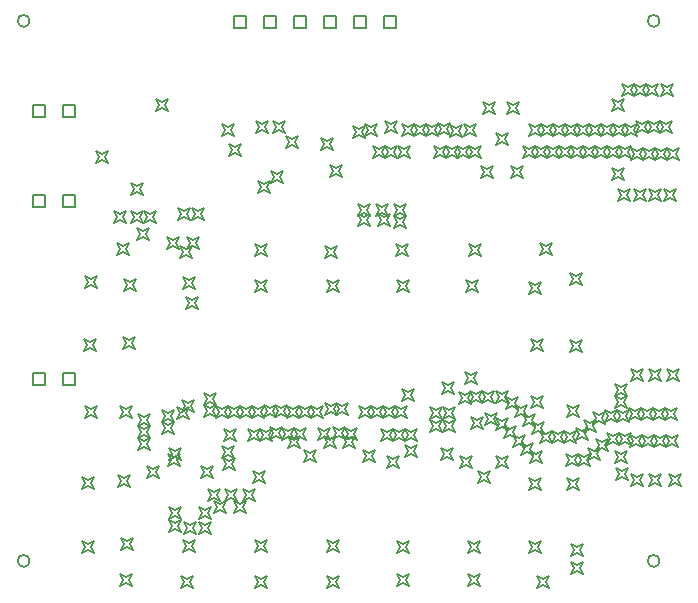
<source format=gbr>
%TF.GenerationSoftware,Altium Limited,Altium Designer,22.6.1 (34)*%
G04 Layer_Color=2752767*
%FSLAX26Y26*%
%MOIN*%
%TF.SameCoordinates,2B337168-DF0E-4336-AB3C-9C7F5D13073F*%
%TF.FilePolarity,Positive*%
%TF.FileFunction,Drawing*%
%TF.Part,Single*%
G01*
G75*
%TA.AperFunction,NonConductor*%
%ADD43C,0.005000*%
%ADD80C,0.006667*%
D43*
X1132450Y1485000D02*
Y1525000D01*
X1172450D01*
Y1485000D01*
X1132450D01*
X1232450D02*
Y1525000D01*
X1272450D01*
Y1485000D01*
X1232450D01*
X2300000Y2675000D02*
Y2715000D01*
X2340000D01*
Y2675000D01*
X2300000D01*
X2200000D02*
Y2715000D01*
X2240000D01*
Y2675000D01*
X2200000D01*
X2100000D02*
Y2715000D01*
X2140000D01*
Y2675000D01*
X2100000D01*
X2000000D02*
Y2715000D01*
X2040000D01*
Y2675000D01*
X2000000D01*
X1900000D02*
Y2715000D01*
X1940000D01*
Y2675000D01*
X1900000D01*
X1800000D02*
Y2715000D01*
X1840000D01*
Y2675000D01*
X1800000D01*
X1130000Y2080000D02*
Y2120000D01*
X1170000D01*
Y2080000D01*
X1130000D01*
X1230000D02*
Y2120000D01*
X1270000D01*
Y2080000D01*
X1230000D01*
X1130000Y2380000D02*
Y2420000D01*
X1170000D01*
Y2380000D01*
X1130000D01*
X1230000D02*
Y2420000D01*
X1270000D01*
Y2380000D01*
X1230000D01*
X2585000Y1915000D02*
X2595000Y1935000D01*
X2585000Y1955000D01*
X2605000Y1945000D01*
X2625000Y1955000D01*
X2615000Y1935000D01*
X2625000Y1915000D01*
X2605000Y1925000D01*
X2585000Y1915000D01*
X2340000D02*
X2350000Y1935000D01*
X2340000Y1955000D01*
X2360000Y1945000D01*
X2380000Y1955000D01*
X2370000Y1935000D01*
X2380000Y1915000D01*
X2360000Y1925000D01*
X2340000Y1915000D01*
X2105000Y1910000D02*
X2115000Y1930000D01*
X2105000Y1950000D01*
X2125000Y1940000D01*
X2145000Y1950000D01*
X2135000Y1930000D01*
X2145000Y1910000D01*
X2125000Y1920000D01*
X2105000Y1910000D01*
X1870000Y1915000D02*
X1880000Y1935000D01*
X1870000Y1955000D01*
X1890000Y1945000D01*
X1910000Y1955000D01*
X1900000Y1935000D01*
X1910000Y1915000D01*
X1890000Y1925000D01*
X1870000Y1915000D01*
X1620000Y1910000D02*
X1630000Y1930000D01*
X1620000Y1950000D01*
X1640000Y1940000D01*
X1660000Y1950000D01*
X1650000Y1930000D01*
X1660000Y1910000D01*
X1640000Y1920000D01*
X1620000Y1910000D01*
X1410000Y1920000D02*
X1420000Y1940000D01*
X1410000Y1960000D01*
X1430000Y1950000D01*
X1450000Y1960000D01*
X1440000Y1940000D01*
X1450000Y1920000D01*
X1430000Y1930000D01*
X1410000Y1920000D01*
X1305000Y1810000D02*
X1315000Y1830000D01*
X1305000Y1850000D01*
X1325000Y1840000D01*
X1345000Y1850000D01*
X1335000Y1830000D01*
X1345000Y1810000D01*
X1325000Y1820000D01*
X1305000Y1810000D01*
X1300000Y1600000D02*
X1310000Y1620000D01*
X1300000Y1640000D01*
X1320000Y1630000D01*
X1340000Y1640000D01*
X1330000Y1620000D01*
X1340000Y1600000D01*
X1320000Y1610000D01*
X1300000Y1600000D01*
X1305000Y1375000D02*
X1315000Y1395000D01*
X1305000Y1415000D01*
X1325000Y1405000D01*
X1345000Y1415000D01*
X1335000Y1395000D01*
X1345000Y1375000D01*
X1325000Y1385000D01*
X1305000Y1375000D01*
X1295000Y1140000D02*
X1305000Y1160000D01*
X1295000Y1180000D01*
X1315000Y1170000D01*
X1335000Y1180000D01*
X1325000Y1160000D01*
X1335000Y1140000D01*
X1315000Y1150000D01*
X1295000Y1140000D01*
Y925000D02*
X1305000Y945000D01*
X1295000Y965000D01*
X1315000Y955000D01*
X1335000Y965000D01*
X1325000Y945000D01*
X1335000Y925000D01*
X1315000Y935000D01*
X1295000Y925000D01*
X1420000Y815000D02*
X1430000Y835000D01*
X1420000Y855000D01*
X1440000Y845000D01*
X1460000Y855000D01*
X1450000Y835000D01*
X1460000Y815000D01*
X1440000Y825000D01*
X1420000Y815000D01*
X1625000Y810000D02*
X1635000Y830000D01*
X1625000Y850000D01*
X1645000Y840000D01*
X1665000Y850000D01*
X1655000Y830000D01*
X1665000Y810000D01*
X1645000Y820000D01*
X1625000Y810000D01*
X1870000D02*
X1880000Y830000D01*
X1870000Y850000D01*
X1890000Y840000D01*
X1910000Y850000D01*
X1900000Y830000D01*
X1910000Y810000D01*
X1890000Y820000D01*
X1870000Y810000D01*
X2110000D02*
X2120000Y830000D01*
X2110000Y850000D01*
X2130000Y840000D01*
X2150000Y850000D01*
X2140000Y830000D01*
X2150000Y810000D01*
X2130000Y820000D01*
X2110000Y810000D01*
X2345000Y815000D02*
X2355000Y835000D01*
X2345000Y855000D01*
X2365000Y845000D01*
X2385000Y855000D01*
X2375000Y835000D01*
X2385000Y815000D01*
X2365000Y825000D01*
X2345000Y815000D01*
X2580000D02*
X2590000Y835000D01*
X2580000Y855000D01*
X2600000Y845000D01*
X2620000Y855000D01*
X2610000Y835000D01*
X2620000Y815000D01*
X2600000Y825000D01*
X2580000Y815000D01*
X2810000Y810000D02*
X2820000Y830000D01*
X2810000Y850000D01*
X2830000Y840000D01*
X2850000Y850000D01*
X2840000Y830000D01*
X2850000Y810000D01*
X2830000Y820000D01*
X2810000Y810000D01*
X2925000Y855000D02*
X2935000Y875000D01*
X2925000Y895000D01*
X2945000Y885000D01*
X2965000Y895000D01*
X2955000Y875000D01*
X2965000Y855000D01*
X2945000Y865000D01*
X2925000Y855000D01*
Y915000D02*
X2935000Y935000D01*
X2925000Y955000D01*
X2945000Y945000D01*
X2965000Y955000D01*
X2955000Y935000D01*
X2965000Y915000D01*
X2945000Y925000D01*
X2925000Y915000D01*
X2910000Y1135000D02*
X2920000Y1155000D01*
X2910000Y1175000D01*
X2930000Y1165000D01*
X2950000Y1175000D01*
X2940000Y1155000D01*
X2950000Y1135000D01*
X2930000Y1145000D01*
X2910000Y1135000D01*
Y1380000D02*
X2920000Y1400000D01*
X2910000Y1420000D01*
X2930000Y1410000D01*
X2950000Y1420000D01*
X2940000Y1400000D01*
X2950000Y1380000D01*
X2930000Y1390000D01*
X2910000Y1380000D01*
X2920000Y1595000D02*
X2930000Y1615000D01*
X2920000Y1635000D01*
X2940000Y1625000D01*
X2960000Y1635000D01*
X2950000Y1615000D01*
X2960000Y1595000D01*
X2940000Y1605000D01*
X2920000Y1595000D01*
Y1820000D02*
X2930000Y1840000D01*
X2920000Y1860000D01*
X2940000Y1850000D01*
X2960000Y1860000D01*
X2950000Y1840000D01*
X2960000Y1820000D01*
X2940000Y1830000D01*
X2920000Y1820000D01*
X2820000Y1920000D02*
X2830000Y1940000D01*
X2820000Y1960000D01*
X2840000Y1950000D01*
X2860000Y1960000D01*
X2850000Y1940000D01*
X2860000Y1920000D01*
X2840000Y1930000D01*
X2820000Y1920000D01*
X2580000Y925000D02*
X2590000Y945000D01*
X2580000Y965000D01*
X2600000Y955000D01*
X2620000Y965000D01*
X2610000Y945000D01*
X2620000Y925000D01*
X2600000Y935000D01*
X2580000Y925000D01*
X2345000D02*
X2355000Y945000D01*
X2345000Y965000D01*
X2365000Y955000D01*
X2385000Y965000D01*
X2375000Y945000D01*
X2385000Y925000D01*
X2365000Y935000D01*
X2345000Y925000D01*
X2110000Y930000D02*
X2120000Y950000D01*
X2110000Y970000D01*
X2130000Y960000D01*
X2150000Y970000D01*
X2140000Y950000D01*
X2150000Y930000D01*
X2130000Y940000D01*
X2110000Y930000D01*
X1870000D02*
X1880000Y950000D01*
X1870000Y970000D01*
X1890000Y960000D01*
X1910000Y970000D01*
X1900000Y950000D01*
X1910000Y930000D01*
X1890000Y940000D01*
X1870000Y930000D01*
X1630000D02*
X1640000Y950000D01*
X1630000Y970000D01*
X1650000Y960000D01*
X1670000Y970000D01*
X1660000Y950000D01*
X1670000Y930000D01*
X1650000Y940000D01*
X1630000Y930000D01*
X1425000Y935000D02*
X1435000Y955000D01*
X1425000Y975000D01*
X1445000Y965000D01*
X1465000Y975000D01*
X1455000Y955000D01*
X1465000Y935000D01*
X1445000Y945000D01*
X1425000Y935000D01*
X1415000Y1145000D02*
X1425000Y1165000D01*
X1415000Y1185000D01*
X1435000Y1175000D01*
X1455000Y1185000D01*
X1445000Y1165000D01*
X1455000Y1145000D01*
X1435000Y1155000D01*
X1415000Y1145000D01*
X1420000Y1375000D02*
X1430000Y1395000D01*
X1420000Y1415000D01*
X1440000Y1405000D01*
X1460000Y1415000D01*
X1450000Y1395000D01*
X1460000Y1375000D01*
X1440000Y1385000D01*
X1420000Y1375000D01*
X1430000Y1605000D02*
X1440000Y1625000D01*
X1430000Y1645000D01*
X1450000Y1635000D01*
X1470000Y1645000D01*
X1460000Y1625000D01*
X1470000Y1605000D01*
X1450000Y1615000D01*
X1430000Y1605000D01*
X1435000Y1800000D02*
X1445000Y1820000D01*
X1435000Y1840000D01*
X1455000Y1830000D01*
X1475000Y1840000D01*
X1465000Y1820000D01*
X1475000Y1800000D01*
X1455000Y1810000D01*
X1435000Y1800000D01*
X1630000Y1805000D02*
X1640000Y1825000D01*
X1630000Y1845000D01*
X1650000Y1835000D01*
X1670000Y1845000D01*
X1660000Y1825000D01*
X1670000Y1805000D01*
X1650000Y1815000D01*
X1630000Y1805000D01*
X1870000Y1795000D02*
X1880000Y1815000D01*
X1870000Y1835000D01*
X1890000Y1825000D01*
X1910000Y1835000D01*
X1900000Y1815000D01*
X1910000Y1795000D01*
X1890000Y1805000D01*
X1870000Y1795000D01*
X2110000D02*
X2120000Y1815000D01*
X2110000Y1835000D01*
X2130000Y1825000D01*
X2150000Y1835000D01*
X2140000Y1815000D01*
X2150000Y1795000D01*
X2130000Y1805000D01*
X2110000Y1795000D01*
X2345000D02*
X2355000Y1815000D01*
X2345000Y1835000D01*
X2365000Y1825000D01*
X2385000Y1835000D01*
X2375000Y1815000D01*
X2385000Y1795000D01*
X2365000Y1805000D01*
X2345000Y1795000D01*
X2575000D02*
X2585000Y1815000D01*
X2575000Y1835000D01*
X2595000Y1825000D01*
X2615000Y1835000D01*
X2605000Y1815000D01*
X2615000Y1795000D01*
X2595000Y1805000D01*
X2575000Y1795000D01*
X2790000Y1600000D02*
X2800000Y1620000D01*
X2790000Y1640000D01*
X2810000Y1630000D01*
X2830000Y1640000D01*
X2820000Y1620000D01*
X2830000Y1600000D01*
X2810000Y1610000D01*
X2790000Y1600000D01*
Y1410000D02*
X2800000Y1430000D01*
X2790000Y1450000D01*
X2810000Y1440000D01*
X2830000Y1450000D01*
X2820000Y1430000D01*
X2830000Y1410000D01*
X2810000Y1420000D01*
X2790000Y1410000D01*
X2785000Y1135000D02*
X2795000Y1155000D01*
X2785000Y1175000D01*
X2805000Y1165000D01*
X2825000Y1175000D01*
X2815000Y1155000D01*
X2825000Y1135000D01*
X2805000Y1145000D01*
X2785000Y1135000D01*
Y925000D02*
X2795000Y945000D01*
X2785000Y965000D01*
X2805000Y955000D01*
X2825000Y965000D01*
X2815000Y945000D01*
X2825000Y925000D01*
X2805000Y935000D01*
X2785000Y925000D01*
Y1790000D02*
X2795000Y1810000D01*
X2785000Y1830000D01*
X2805000Y1820000D01*
X2825000Y1830000D01*
X2815000Y1810000D01*
X2825000Y1790000D01*
X2805000Y1800000D01*
X2785000Y1790000D01*
X2555000Y1210000D02*
X2565000Y1230000D01*
X2555000Y1250000D01*
X2575000Y1240000D01*
X2595000Y1250000D01*
X2585000Y1230000D01*
X2595000Y1210000D01*
X2575000Y1220000D01*
X2555000Y1210000D01*
X2675000D02*
X2685000Y1230000D01*
X2675000Y1250000D01*
X2695000Y1240000D01*
X2715000Y1250000D01*
X2705000Y1230000D01*
X2715000Y1210000D01*
X2695000Y1220000D01*
X2675000Y1210000D01*
X2615000Y1160000D02*
X2625000Y1180000D01*
X2615000Y1200000D01*
X2635000Y1190000D01*
X2655000Y1200000D01*
X2645000Y1180000D01*
X2655000Y1160000D01*
X2635000Y1170000D01*
X2615000Y1160000D01*
X1481892Y1349761D02*
X1491892Y1369761D01*
X1481892Y1389761D01*
X1501892Y1379761D01*
X1521892Y1389761D01*
X1511892Y1369761D01*
X1521892Y1349761D01*
X1501892Y1359761D01*
X1481892Y1349761D01*
X1482785Y1309771D02*
X1492785Y1329771D01*
X1482785Y1349771D01*
X1502785Y1339771D01*
X1522785Y1349771D01*
X1512785Y1329771D01*
X1522785Y1309771D01*
X1502785Y1319771D01*
X1482785Y1309771D01*
X1481892Y1269781D02*
X1491892Y1289781D01*
X1481892Y1309781D01*
X1501892Y1299781D01*
X1521892Y1309781D01*
X1511892Y1289781D01*
X1521892Y1269781D01*
X1501892Y1279781D01*
X1481892Y1269781D01*
X1583958Y1236096D02*
X1593958Y1256096D01*
X1583958Y1276096D01*
X1603958Y1266096D01*
X1623958Y1276096D01*
X1613958Y1256096D01*
X1623958Y1236096D01*
X1603958Y1246096D01*
X1583958Y1236096D01*
X1562502Y1363973D02*
X1572502Y1383973D01*
X1562502Y1403973D01*
X1582502Y1393973D01*
X1602502Y1403973D01*
X1592502Y1383973D01*
X1602502Y1363973D01*
X1582502Y1373973D01*
X1562502Y1363973D01*
X1560325Y1324033D02*
X1570325Y1344033D01*
X1560325Y1364033D01*
X1580325Y1354033D01*
X1600325Y1364033D01*
X1590325Y1344033D01*
X1600325Y1324033D01*
X1580325Y1334033D01*
X1560325Y1324033D01*
X1690458Y1177785D02*
X1700458Y1197785D01*
X1690458Y1217785D01*
X1710458Y1207785D01*
X1730458Y1217785D01*
X1720458Y1197785D01*
X1730458Y1177785D01*
X1710458Y1187785D01*
X1690458Y1177785D01*
X1763108Y1201569D02*
X1773108Y1221569D01*
X1763108Y1241569D01*
X1783108Y1231569D01*
X1803108Y1241569D01*
X1793108Y1221569D01*
X1803108Y1201569D01*
X1783108Y1211569D01*
X1763108Y1201569D01*
X1759641Y1241418D02*
X1769641Y1261418D01*
X1759641Y1281418D01*
X1779641Y1271418D01*
X1799641Y1281418D01*
X1789641Y1261418D01*
X1799641Y1241418D01*
X1779641Y1251418D01*
X1759641Y1241418D01*
X1612142Y1374074D02*
X1622142Y1394074D01*
X1612142Y1414074D01*
X1632142Y1404074D01*
X1652142Y1414074D01*
X1642142Y1394074D01*
X1652142Y1374074D01*
X1632142Y1384074D01*
X1612142Y1374074D01*
X1626568Y1396061D02*
X1636568Y1416061D01*
X1626568Y1436061D01*
X1646568Y1426061D01*
X1666568Y1436061D01*
X1656568Y1416061D01*
X1666568Y1396061D01*
X1646568Y1406061D01*
X1626568Y1396061D01*
X1768933Y1300344D02*
X1778933Y1320344D01*
X1768933Y1340344D01*
X1788933Y1330344D01*
X1808933Y1340344D01*
X1798933Y1320344D01*
X1808933Y1300344D01*
X1788933Y1310344D01*
X1768933Y1300344D01*
X1848933D02*
X1858933Y1320344D01*
X1848933Y1340344D01*
X1868933Y1330344D01*
X1888933Y1340344D01*
X1878933Y1320344D01*
X1888933Y1300344D01*
X1868933Y1310344D01*
X1848933Y1300344D01*
X1888933D02*
X1898933Y1320344D01*
X1888933Y1340344D01*
X1908933Y1330344D01*
X1928933Y1340344D01*
X1918933Y1320344D01*
X1928933Y1300344D01*
X1908933Y1310344D01*
X1888933Y1300344D01*
X1901668Y1378108D02*
X1911668Y1398108D01*
X1901668Y1418108D01*
X1921668Y1408108D01*
X1941668Y1418108D01*
X1931668Y1398108D01*
X1941668Y1378108D01*
X1921668Y1388108D01*
X1901668Y1378108D01*
X1861807Y1374774D02*
X1871807Y1394774D01*
X1861807Y1414774D01*
X1881807Y1404774D01*
X1901807Y1414774D01*
X1891807Y1394774D01*
X1901807Y1374774D01*
X1881807Y1384774D01*
X1861807Y1374774D01*
X1821807D02*
X1831807Y1394774D01*
X1821807Y1414774D01*
X1841807Y1404774D01*
X1861807Y1414774D01*
X1851807Y1394774D01*
X1861807Y1374774D01*
X1841807Y1384774D01*
X1821807Y1374774D01*
X1781807D02*
X1791807Y1394774D01*
X1781807Y1414774D01*
X1801807Y1404774D01*
X1821807Y1414774D01*
X1811807Y1394774D01*
X1821807Y1374774D01*
X1801807Y1384774D01*
X1781807Y1374774D01*
X1741807D02*
X1751807Y1394774D01*
X1741807Y1414774D01*
X1761807Y1404774D01*
X1781807Y1414774D01*
X1771807Y1394774D01*
X1781807Y1374774D01*
X1761807Y1384774D01*
X1741807Y1374774D01*
X1701975Y1378435D02*
X1711975Y1398435D01*
X1701975Y1418435D01*
X1721975Y1408435D01*
X1741975Y1418435D01*
X1731975Y1398435D01*
X1741975Y1378435D01*
X1721975Y1388435D01*
X1701975Y1378435D01*
X1702551Y1418431D02*
X1712551Y1438431D01*
X1702551Y1458431D01*
X1722551Y1448431D01*
X1742551Y1458431D01*
X1732551Y1438431D01*
X1742551Y1418431D01*
X1722551Y1428431D01*
X1702551Y1418431D01*
X2056288Y1377215D02*
X2066288Y1397215D01*
X2056288Y1417215D01*
X2076288Y1407215D01*
X2096288Y1417215D01*
X2086288Y1397215D01*
X2096288Y1377215D01*
X2076288Y1387215D01*
X2056288Y1377215D01*
X2016288Y1377215D02*
X2026288Y1397215D01*
X2016288Y1417215D01*
X2036288Y1407215D01*
X2056288Y1417215D01*
X2046288Y1397215D01*
X2056288Y1377215D01*
X2036288Y1387215D01*
X2016288Y1377215D01*
X1976288D02*
X1986288Y1397215D01*
X1976288Y1417215D01*
X1996288Y1407215D01*
X2016288Y1417215D01*
X2006288Y1397215D01*
X2016288Y1377215D01*
X1996288Y1387215D01*
X1976288Y1377215D01*
X1936298Y1378108D02*
X1946298Y1398108D01*
X1936298Y1418108D01*
X1956298Y1408108D01*
X1976298Y1418108D01*
X1966298Y1398108D01*
X1976298Y1378108D01*
X1956298Y1388108D01*
X1936298Y1378108D01*
X1922424Y1306212D02*
X1932424Y1326212D01*
X1922424Y1346212D01*
X1942424Y1336212D01*
X1962424Y1346212D01*
X1952424Y1326212D01*
X1962424Y1306212D01*
X1942424Y1316212D01*
X1922424Y1306212D01*
X1962190Y1301892D02*
X1972190Y1321892D01*
X1962190Y1341892D01*
X1982190Y1331892D01*
X2002190Y1341892D01*
X1992190Y1321892D01*
X2002190Y1301892D01*
X1982190Y1311892D01*
X1962190Y1301892D01*
X2002180Y1302785D02*
X2012180Y1322785D01*
X2002180Y1342785D01*
X2022180Y1332785D01*
X2042180Y1342785D01*
X2032180Y1322785D01*
X2042180Y1302785D01*
X2022180Y1312785D01*
X2002180Y1302785D01*
X2082133Y1302785D02*
X2092133Y1322785D01*
X2082133Y1342785D01*
X2102133Y1332785D01*
X2122133Y1342785D01*
X2112133Y1322785D01*
X2122133Y1302785D01*
X2102133Y1312785D01*
X2082133Y1302785D01*
X2105000Y1385000D02*
X2115000Y1405000D01*
X2105000Y1425000D01*
X2125000Y1415000D01*
X2145000Y1425000D01*
X2135000Y1405000D01*
X2145000Y1385000D01*
X2125000Y1395000D01*
X2105000Y1385000D01*
X2130981Y1305466D02*
X2140981Y1325466D01*
X2130981Y1345466D01*
X2150981Y1335466D01*
X2170981Y1345466D01*
X2160981Y1325466D01*
X2170981Y1305466D01*
X2150981Y1315466D01*
X2130981Y1305466D01*
X2170820Y1301892D02*
X2180820Y1321892D01*
X2170820Y1341892D01*
X2190820Y1331892D01*
X2210820Y1341892D01*
X2200820Y1321892D01*
X2210820Y1301892D01*
X2190820Y1311892D01*
X2170820Y1301892D01*
X2290742Y1300344D02*
X2300742Y1320344D01*
X2290742Y1340344D01*
X2310742Y1330344D01*
X2330742Y1340344D01*
X2320742Y1320344D01*
X2330742Y1300344D01*
X2310742Y1310344D01*
X2290742Y1300344D01*
X2330742D02*
X2340742Y1320344D01*
X2330742Y1340344D01*
X2350742Y1330344D01*
X2370742Y1340344D01*
X2360742Y1320344D01*
X2370742Y1300344D01*
X2350742Y1310344D01*
X2330742Y1300344D01*
X2370742D02*
X2380742Y1320344D01*
X2370742Y1340344D01*
X2390742Y1330344D01*
X2410742Y1340344D01*
X2400742Y1320344D01*
X2410742Y1300344D01*
X2390742Y1310344D01*
X2370742Y1300344D01*
X2337723Y1374774D02*
X2347723Y1394774D01*
X2337723Y1414774D01*
X2357723Y1404774D01*
X2377723Y1414774D01*
X2367723Y1394774D01*
X2377723Y1374774D01*
X2357723Y1384774D01*
X2337723Y1374774D01*
X2297723D02*
X2307723Y1394774D01*
X2297723Y1414774D01*
X2317723Y1404774D01*
X2337723Y1414774D01*
X2327723Y1394774D01*
X2337723Y1374774D01*
X2317723Y1384774D01*
X2297723Y1374774D01*
X2257723D02*
X2267723Y1394774D01*
X2257723Y1414774D01*
X2277723Y1404774D01*
X2297723Y1414774D01*
X2287723Y1394774D01*
X2297723Y1374774D01*
X2277723Y1384774D01*
X2257723Y1374774D01*
X2217798Y1377215D02*
X2227798Y1397215D01*
X2217798Y1417215D01*
X2237798Y1407215D01*
X2257798Y1417215D01*
X2247798Y1397215D01*
X2257798Y1377215D01*
X2237798Y1387215D01*
X2217798Y1377215D01*
X2140000Y1385000D02*
X2150000Y1405000D01*
X2140000Y1425000D01*
X2160000Y1415000D01*
X2180000Y1425000D01*
X2170000Y1405000D01*
X2180000Y1385000D01*
X2160000Y1395000D01*
X2140000Y1385000D01*
X2629407Y1427215D02*
X2639407Y1447215D01*
X2629407Y1467215D01*
X2649407Y1457215D01*
X2669407Y1467215D01*
X2659407Y1447215D01*
X2669407Y1427215D01*
X2649407Y1437215D01*
X2629407Y1427215D01*
X2589407D02*
X2599407Y1447215D01*
X2589407Y1467215D01*
X2609407Y1457215D01*
X2629407Y1467215D01*
X2619407Y1447215D01*
X2629407Y1427215D01*
X2609407Y1437215D01*
X2589407Y1427215D01*
X2549647Y1422840D02*
X2559647Y1442840D01*
X2549647Y1462840D01*
X2569647Y1452840D01*
X2589647Y1462840D01*
X2579647Y1442840D01*
X2589647Y1422840D01*
X2569647Y1432840D01*
X2549647Y1422840D01*
X2636363Y1352785D02*
X2646363Y1372785D01*
X2636363Y1392785D01*
X2656363Y1382785D01*
X2676363Y1392785D01*
X2666363Y1372785D01*
X2676363Y1352785D01*
X2656363Y1362785D01*
X2636363Y1352785D01*
X2673164Y1337111D02*
X2683164Y1357111D01*
X2673164Y1377111D01*
X2693164Y1367111D01*
X2713164Y1377111D01*
X2703164Y1357111D01*
X2713164Y1337111D01*
X2693164Y1347111D01*
X2673164Y1337111D01*
X2701448Y1308827D02*
X2711448Y1328827D01*
X2701448Y1348827D01*
X2721448Y1338827D01*
X2741448Y1348827D01*
X2731448Y1328827D01*
X2741448Y1308827D01*
X2721448Y1318827D01*
X2701448Y1308827D01*
X2729733Y1280543D02*
X2739733Y1300543D01*
X2729733Y1320543D01*
X2749733Y1310543D01*
X2769733Y1320543D01*
X2759733Y1300543D01*
X2769733Y1280543D01*
X2749733Y1290543D01*
X2729733Y1280543D01*
X2758017Y1252259D02*
X2768017Y1272259D01*
X2758017Y1292259D01*
X2778017Y1282259D01*
X2798017Y1292259D01*
X2788017Y1272259D01*
X2798017Y1252259D01*
X2778017Y1262259D01*
X2758017Y1252259D01*
X2786947Y1224635D02*
X2796947Y1244635D01*
X2786947Y1264635D01*
X2806947Y1254635D01*
X2826947Y1264635D01*
X2816947Y1244635D01*
X2826947Y1224635D01*
X2806947Y1234635D01*
X2786947Y1224635D01*
X2906356Y1217785D02*
X2916356Y1237785D01*
X2906356Y1257785D01*
X2926356Y1247785D01*
X2946356Y1257785D01*
X2936356Y1237785D01*
X2946356Y1217785D01*
X2926356Y1227785D01*
X2906356Y1217785D01*
X2946356Y1217897D02*
X2956356Y1237897D01*
X2946356Y1257897D01*
X2966356Y1247897D01*
X2986356Y1257897D01*
X2976356Y1237897D01*
X2986356Y1217897D01*
X2966356Y1227897D01*
X2946356Y1217897D01*
X2981115Y1237691D02*
X2991115Y1257691D01*
X2981115Y1277691D01*
X3001115Y1267691D01*
X3021115Y1277691D01*
X3011115Y1257691D01*
X3021115Y1237691D01*
X3001115Y1247691D01*
X2981115Y1237691D01*
X3009399Y1265975D02*
X3019399Y1285975D01*
X3009399Y1305975D01*
X3029399Y1295975D01*
X3049399Y1305975D01*
X3039399Y1285975D01*
X3049399Y1265975D01*
X3029399Y1275975D01*
X3009399Y1265975D01*
X3042930Y1287785D02*
X3052930Y1307785D01*
X3042930Y1327785D01*
X3062930Y1317785D01*
X3082930Y1327785D01*
X3072930Y1307785D01*
X3082930Y1287785D01*
X3062930Y1297785D01*
X3042930Y1287785D01*
X3082930D02*
X3092930Y1307785D01*
X3082930Y1327785D01*
X3102930Y1317785D01*
X3122930Y1327785D01*
X3112930Y1307785D01*
X3122930Y1287785D01*
X3102930Y1297785D01*
X3082930Y1287785D01*
X3122165Y1280000D02*
X3132165Y1300000D01*
X3122165Y1320000D01*
X3142165Y1310000D01*
X3162165Y1320000D01*
X3152165Y1300000D01*
X3162165Y1280000D01*
X3142165Y1290000D01*
X3122165Y1280000D01*
X3162163Y1279608D02*
X3172163Y1299608D01*
X3162163Y1319608D01*
X3182163Y1309608D01*
X3202163Y1319608D01*
X3192163Y1299608D01*
X3202163Y1279608D01*
X3182163Y1289608D01*
X3162163Y1279608D01*
X3202163D02*
X3212163Y1299608D01*
X3202163Y1319608D01*
X3222163Y1309608D01*
X3242163Y1319608D01*
X3232163Y1299608D01*
X3242163Y1279608D01*
X3222163Y1289608D01*
X3202163Y1279608D01*
X3242163D02*
X3252163Y1299608D01*
X3242163Y1319608D01*
X3262163Y1309608D01*
X3282163Y1319608D01*
X3272163Y1299608D01*
X3282163Y1279608D01*
X3262163Y1289608D01*
X3242163Y1279608D01*
X3238030Y1370392D02*
X3248030Y1390392D01*
X3238030Y1410392D01*
X3258030Y1400392D01*
X3278030Y1410392D01*
X3268030Y1390392D01*
X3278030Y1370392D01*
X3258030Y1380392D01*
X3238030Y1370392D01*
X3198030D02*
X3208030Y1390392D01*
X3198030Y1410392D01*
X3218030Y1400392D01*
X3238030Y1410392D01*
X3228030Y1390392D01*
X3238030Y1370392D01*
X3218030Y1380392D01*
X3198030Y1370392D01*
X3158030D02*
X3168030Y1390392D01*
X3158030Y1410392D01*
X3178030Y1400392D01*
X3198030Y1410392D01*
X3188030Y1390392D01*
X3198030Y1370392D01*
X3178030Y1380392D01*
X3158030Y1370392D01*
X3118049Y1369181D02*
X3128049Y1389181D01*
X3118049Y1409181D01*
X3138049Y1399181D01*
X3158049Y1409181D01*
X3148049Y1389181D01*
X3158049Y1369181D01*
X3138049Y1379181D01*
X3118049Y1369181D01*
X3078660Y1362215D02*
X3088660Y1382215D01*
X3078660Y1402215D01*
X3098660Y1392215D01*
X3118660Y1402215D01*
X3108660Y1382215D01*
X3118660Y1362215D01*
X3098660Y1372215D01*
X3078660Y1362215D01*
X3038660D02*
X3048660Y1382215D01*
X3038660Y1402215D01*
X3058660Y1392215D01*
X3078660Y1402215D01*
X3068660Y1382215D01*
X3078660Y1362215D01*
X3058660Y1372215D01*
X3038660Y1362215D01*
X2998898Y1357859D02*
X3008898Y1377859D01*
X2998898Y1397859D01*
X3018898Y1387859D01*
X3038898Y1397859D01*
X3028898Y1377859D01*
X3038898Y1357859D01*
X3018898Y1367859D01*
X2998898Y1357859D01*
X2969212Y1331049D02*
X2979212Y1351049D01*
X2969212Y1371049D01*
X2989212Y1361049D01*
X3009212Y1371049D01*
X2999212Y1351049D01*
X3009212Y1331049D01*
X2989212Y1341049D01*
X2969212Y1331049D01*
X2940928Y1302765D02*
X2950928Y1322765D01*
X2940928Y1342765D01*
X2960928Y1332765D01*
X2980928Y1342765D01*
X2970928Y1322765D01*
X2980928Y1302765D01*
X2960928Y1312765D01*
X2940928Y1302765D01*
X2902344Y1292215D02*
X2912344Y1312215D01*
X2902344Y1332215D01*
X2922344Y1322215D01*
X2942344Y1332215D01*
X2932344Y1312215D01*
X2942344Y1292215D01*
X2922344Y1302215D01*
X2902344Y1292215D01*
X2862344D02*
X2872344Y1312215D01*
X2862344Y1332215D01*
X2882344Y1322215D01*
X2902344Y1332215D01*
X2892344Y1312215D01*
X2902344Y1292215D01*
X2882344Y1302215D01*
X2862344Y1292215D01*
X2822356Y1293180D02*
X2832356Y1313180D01*
X2822356Y1333180D01*
X2842356Y1323180D01*
X2862356Y1333180D01*
X2852356Y1313180D01*
X2862356Y1293180D01*
X2842356Y1303180D01*
X2822356Y1293180D01*
X2794072Y1321464D02*
X2804072Y1341464D01*
X2794072Y1361464D01*
X2814072Y1351464D01*
X2834072Y1361464D01*
X2824072Y1341464D01*
X2834072Y1321464D01*
X2814072Y1331464D01*
X2794072Y1321464D01*
X2765787Y1349748D02*
X2775787Y1369748D01*
X2765787Y1389748D01*
X2785787Y1379748D01*
X2805787Y1389748D01*
X2795787Y1369748D01*
X2805787Y1349748D01*
X2785787Y1359748D01*
X2765787Y1349748D01*
X2737503Y1378033D02*
X2747503Y1398033D01*
X2737503Y1418033D01*
X2757503Y1408033D01*
X2777503Y1418033D01*
X2767503Y1398033D01*
X2777503Y1378033D01*
X2757503Y1388033D01*
X2737503Y1378033D01*
X2709219Y1406317D02*
X2719219Y1426317D01*
X2709219Y1446317D01*
X2729219Y1436317D01*
X2749219Y1446317D01*
X2739219Y1426317D01*
X2749219Y1406317D01*
X2729219Y1416317D01*
X2709219Y1406317D01*
X2674875Y1426823D02*
X2684875Y1446823D01*
X2674875Y1466823D01*
X2694875Y1456823D01*
X2714875Y1466823D01*
X2704875Y1446823D01*
X2714875Y1426823D01*
X2694875Y1436823D01*
X2674875Y1426823D01*
X3222734Y2326612D02*
X3232734Y2346612D01*
X3222734Y2366612D01*
X3242734Y2356612D01*
X3262734Y2366612D01*
X3252734Y2346612D01*
X3262734Y2326612D01*
X3242734Y2336612D01*
X3222734Y2326612D01*
X3182734D02*
X3192734Y2346612D01*
X3182734Y2366612D01*
X3202734Y2356612D01*
X3222734Y2366612D01*
X3212734Y2346612D01*
X3222734Y2326612D01*
X3202734Y2336612D01*
X3182734Y2326612D01*
X3142734D02*
X3152734Y2346612D01*
X3142734Y2366612D01*
X3162734Y2356612D01*
X3182734Y2366612D01*
X3172734Y2346612D01*
X3182734Y2326612D01*
X3162734Y2336612D01*
X3142734Y2326612D01*
X3103853Y2317215D02*
X3113853Y2337215D01*
X3103853Y2357215D01*
X3123853Y2347215D01*
X3143853Y2357215D01*
X3133853Y2337215D01*
X3143853Y2317215D01*
X3123853Y2327215D01*
X3103853Y2317215D01*
X3063853D02*
X3073853Y2337215D01*
X3063853Y2357215D01*
X3083853Y2347215D01*
X3103853Y2357215D01*
X3093853Y2337215D01*
X3103853Y2317215D01*
X3083853Y2327215D01*
X3063853Y2317215D01*
X3023853D02*
X3033853Y2337215D01*
X3023853Y2357215D01*
X3043853Y2347215D01*
X3063853Y2357215D01*
X3053853Y2337215D01*
X3063853Y2317215D01*
X3043853Y2327215D01*
X3023853Y2317215D01*
X2983853D02*
X2993853Y2337215D01*
X2983853Y2357215D01*
X3003853Y2347215D01*
X3023853Y2357215D01*
X3013853Y2337215D01*
X3023853Y2317215D01*
X3003853Y2327215D01*
X2983853Y2317215D01*
X2943853D02*
X2953853Y2337215D01*
X2943853Y2357215D01*
X2963853Y2347215D01*
X2983853Y2357215D01*
X2973853Y2337215D01*
X2983853Y2317215D01*
X2963853Y2327215D01*
X2943853Y2317215D01*
X2903853D02*
X2913853Y2337215D01*
X2903853Y2357215D01*
X2923853Y2347215D01*
X2943853Y2357215D01*
X2933853Y2337215D01*
X2943853Y2317215D01*
X2923853Y2327215D01*
X2903853Y2317215D01*
X2863853D02*
X2873853Y2337215D01*
X2863853Y2357215D01*
X2883853Y2347215D01*
X2903853Y2357215D01*
X2893853Y2337215D01*
X2903853Y2317215D01*
X2883853Y2327215D01*
X2863853Y2317215D01*
X2823853D02*
X2833853Y2337215D01*
X2823853Y2357215D01*
X2843853Y2347215D01*
X2863853Y2357215D01*
X2853853Y2337215D01*
X2863853Y2317215D01*
X2843853Y2327215D01*
X2823853Y2317215D01*
X2783853D02*
X2793853Y2337215D01*
X2783853Y2357215D01*
X2803853Y2347215D01*
X2823853Y2357215D01*
X2813853Y2337215D01*
X2823853Y2317215D01*
X2803853Y2327215D01*
X2783853Y2317215D01*
X2763992Y2242785D02*
X2773992Y2262785D01*
X2763992Y2282785D01*
X2783992Y2272785D01*
X2803992Y2282785D01*
X2793992Y2262785D01*
X2803992Y2242785D01*
X2783992Y2252785D01*
X2763992Y2242785D01*
X2803992D02*
X2813992Y2262785D01*
X2803992Y2282785D01*
X2823992Y2272785D01*
X2843992Y2282785D01*
X2833992Y2262785D01*
X2843992Y2242785D01*
X2823992Y2252785D01*
X2803992Y2242785D01*
X2843992D02*
X2853992Y2262785D01*
X2843992Y2282785D01*
X2863992Y2272785D01*
X2883992Y2282785D01*
X2873992Y2262785D01*
X2883992Y2242785D01*
X2863992Y2252785D01*
X2843992Y2242785D01*
X2883992D02*
X2893992Y2262785D01*
X2883992Y2282785D01*
X2903992Y2272785D01*
X2923992Y2282785D01*
X2913992Y2262785D01*
X2923992Y2242785D01*
X2903992Y2252785D01*
X2883992Y2242785D01*
X2923992D02*
X2933992Y2262785D01*
X2923992Y2282785D01*
X2943992Y2272785D01*
X2963992Y2282785D01*
X2953992Y2262785D01*
X2963992Y2242785D01*
X2943992Y2252785D01*
X2923992Y2242785D01*
X2963992D02*
X2973992Y2262785D01*
X2963992Y2282785D01*
X2983992Y2272785D01*
X3003992Y2282785D01*
X2993992Y2262785D01*
X3003992Y2242785D01*
X2983992Y2252785D01*
X2963992Y2242785D01*
X3003992D02*
X3013992Y2262785D01*
X3003992Y2282785D01*
X3023992Y2272785D01*
X3043992Y2282785D01*
X3033992Y2262785D01*
X3043992Y2242785D01*
X3023992Y2252785D01*
X3003992Y2242785D01*
X3043992D02*
X3053992Y2262785D01*
X3043992Y2282785D01*
X3063992Y2272785D01*
X3083992Y2282785D01*
X3073992Y2262785D01*
X3083992Y2242785D01*
X3063992Y2252785D01*
X3043992Y2242785D01*
X3083992D02*
X3093992Y2262785D01*
X3083992Y2282785D01*
X3103992Y2272785D01*
X3123992Y2282785D01*
X3113992Y2262785D01*
X3123992Y2242785D01*
X3103992Y2252785D01*
X3083992Y2242785D01*
X3123382Y2235829D02*
X3133382Y2255829D01*
X3123382Y2275829D01*
X3143382Y2265829D01*
X3163382Y2275829D01*
X3153382Y2255829D01*
X3163382Y2235829D01*
X3143382Y2245829D01*
X3123382Y2235829D01*
X3163382D02*
X3173382Y2255829D01*
X3163382Y2275829D01*
X3183382Y2265829D01*
X3203382Y2275829D01*
X3193382Y2255829D01*
X3203382Y2235829D01*
X3183382Y2245829D01*
X3163382Y2235829D01*
X3203382D02*
X3213382Y2255829D01*
X3203382Y2275829D01*
X3223382Y2265829D01*
X3243382Y2275829D01*
X3233382Y2255829D01*
X3243382Y2235829D01*
X3223382Y2245829D01*
X3203382Y2235829D01*
X3243382D02*
X3253382Y2255829D01*
X3243382Y2275829D01*
X3263382Y2265829D01*
X3283382Y2275829D01*
X3273382Y2255829D01*
X3283382Y2235829D01*
X3263382Y2245829D01*
X3243382Y2235829D01*
X1685000Y1040000D02*
X1695000Y1060000D01*
X1685000Y1080000D01*
X1705000Y1070000D01*
X1725000Y1080000D01*
X1715000Y1060000D01*
X1725000Y1040000D01*
X1705000Y1050000D01*
X1685000Y1040000D01*
X1510000Y1175000D02*
X1520000Y1195000D01*
X1510000Y1215000D01*
X1530000Y1205000D01*
X1550000Y1215000D01*
X1540000Y1195000D01*
X1550000Y1175000D01*
X1530000Y1185000D01*
X1510000Y1175000D01*
X1580000Y1215000D02*
X1590000Y1235000D01*
X1580000Y1255000D01*
X1600000Y1245000D01*
X1620000Y1255000D01*
X1610000Y1235000D01*
X1620000Y1215000D01*
X1600000Y1225000D01*
X1580000Y1215000D01*
X1585000Y995000D02*
X1595000Y1015000D01*
X1585000Y1035000D01*
X1605000Y1025000D01*
X1625000Y1035000D01*
X1615000Y1015000D01*
X1625000Y995000D01*
X1605000Y1005000D01*
X1585000Y995000D01*
Y1040000D02*
X1595000Y1060000D01*
X1585000Y1080000D01*
X1605000Y1070000D01*
X1625000Y1080000D01*
X1615000Y1060000D01*
X1625000Y1040000D01*
X1605000Y1050000D01*
X1585000Y1040000D01*
X1635000Y990000D02*
X1645000Y1010000D01*
X1635000Y1030000D01*
X1655000Y1020000D01*
X1675000Y1030000D01*
X1665000Y1010000D01*
X1675000Y990000D01*
X1655000Y1000000D01*
X1635000Y990000D01*
X1685000D02*
X1695000Y1010000D01*
X1685000Y1030000D01*
X1705000Y1020000D01*
X1725000Y1030000D01*
X1715000Y1010000D01*
X1725000Y990000D01*
X1705000Y1000000D01*
X1685000Y990000D01*
X1735000Y1060000D02*
X1745000Y1080000D01*
X1735000Y1100000D01*
X1755000Y1090000D01*
X1775000Y1100000D01*
X1765000Y1080000D01*
X1775000Y1060000D01*
X1755000Y1070000D01*
X1735000Y1060000D01*
X1800000D02*
X1810000Y1080000D01*
X1800000Y1100000D01*
X1820000Y1090000D01*
X1840000Y1100000D01*
X1830000Y1080000D01*
X1840000Y1060000D01*
X1820000Y1070000D01*
X1800000Y1060000D01*
X1715000Y1100000D02*
X1725000Y1120000D01*
X1715000Y1140000D01*
X1735000Y1130000D01*
X1755000Y1140000D01*
X1745000Y1120000D01*
X1755000Y1100000D01*
X1735000Y1110000D01*
X1715000Y1100000D01*
X1830000D02*
X1840000Y1120000D01*
X1830000Y1140000D01*
X1850000Y1130000D01*
X1870000Y1140000D01*
X1860000Y1120000D01*
X1870000Y1100000D01*
X1850000Y1110000D01*
X1830000Y1100000D01*
X1770000D02*
X1780000Y1120000D01*
X1770000Y1140000D01*
X1790000Y1130000D01*
X1810000Y1140000D01*
X1800000Y1120000D01*
X1810000Y1100000D01*
X1790000Y1110000D01*
X1770000Y1100000D01*
X1865000Y1160000D02*
X1875000Y1180000D01*
X1865000Y1200000D01*
X1885000Y1190000D01*
X1905000Y1200000D01*
X1895000Y1180000D01*
X1905000Y1160000D01*
X1885000Y1170000D01*
X1865000Y1160000D01*
X2035000Y1230000D02*
X2045000Y1250000D01*
X2035000Y1270000D01*
X2055000Y1260000D01*
X2075000Y1270000D01*
X2065000Y1250000D01*
X2075000Y1230000D01*
X2055000Y1240000D01*
X2035000Y1230000D01*
X2230000D02*
X2240000Y1250000D01*
X2230000Y1270000D01*
X2250000Y1260000D01*
X2270000Y1270000D01*
X2260000Y1250000D01*
X2270000Y1230000D01*
X2250000Y1240000D01*
X2230000Y1230000D01*
X1980000Y1275000D02*
X1990000Y1295000D01*
X1980000Y1315000D01*
X2000000Y1305000D01*
X2020000Y1315000D01*
X2010000Y1295000D01*
X2020000Y1275000D01*
X2000000Y1285000D01*
X1980000Y1275000D01*
X2100000D02*
X2110000Y1295000D01*
X2100000Y1315000D01*
X2120000Y1305000D01*
X2140000Y1315000D01*
X2130000Y1295000D01*
X2140000Y1275000D01*
X2120000Y1285000D01*
X2100000Y1275000D01*
X2165000D02*
X2175000Y1295000D01*
X2165000Y1315000D01*
X2185000Y1305000D01*
X2205000Y1315000D01*
X2195000Y1295000D01*
X2205000Y1275000D01*
X2185000Y1285000D01*
X2165000Y1275000D01*
X1640000Y1740000D02*
X1650000Y1760000D01*
X1640000Y1780000D01*
X1660000Y1770000D01*
X1680000Y1780000D01*
X1670000Y1760000D01*
X1680000Y1740000D01*
X1660000Y1750000D01*
X1640000Y1740000D01*
X2310000Y1210000D02*
X2320000Y1230000D01*
X2310000Y1250000D01*
X2330000Y1240000D01*
X2350000Y1250000D01*
X2340000Y1230000D01*
X2350000Y1210000D01*
X2330000Y1220000D01*
X2310000Y1210000D01*
X2359882Y1431653D02*
X2369882Y1451653D01*
X2359882Y1471653D01*
X2379882Y1461653D01*
X2399882Y1471653D01*
X2389882Y1451653D01*
X2399882Y1431653D01*
X2379882Y1441653D01*
X2359882Y1431653D01*
X2370000Y1245000D02*
X2380000Y1265000D01*
X2370000Y1285000D01*
X2390000Y1275000D01*
X2410000Y1285000D01*
X2400000Y1265000D01*
X2410000Y1245000D01*
X2390000Y1255000D01*
X2370000Y1245000D01*
X2496653Y1328347D02*
X2506653Y1348347D01*
X2496653Y1368347D01*
X2516653Y1358347D01*
X2536653Y1368347D01*
X2526653Y1348347D01*
X2536653Y1328347D01*
X2516653Y1338347D01*
X2496653Y1328347D01*
X2453346D02*
X2463346Y1348347D01*
X2453346Y1368347D01*
X2473346Y1358347D01*
X2493346Y1368347D01*
X2483346Y1348347D01*
X2493346Y1328347D01*
X2473346Y1338347D01*
X2453346Y1328347D01*
X2496653Y1371654D02*
X2506653Y1391654D01*
X2496653Y1411654D01*
X2516653Y1401654D01*
X2536653Y1411654D01*
X2526653Y1391654D01*
X2536653Y1371654D01*
X2516653Y1381654D01*
X2496653Y1371654D01*
X2453346D02*
X2463346Y1391654D01*
X2453346Y1411654D01*
X2473346Y1401654D01*
X2493346Y1411654D01*
X2483346Y1391654D01*
X2493346Y1371654D01*
X2473346Y1381654D01*
X2453346Y1371654D01*
X2490000Y1235000D02*
X2500000Y1255000D01*
X2490000Y1275000D01*
X2510000Y1265000D01*
X2530000Y1275000D01*
X2520000Y1255000D01*
X2530000Y1235000D01*
X2510000Y1245000D01*
X2490000Y1235000D01*
X2495000Y1455000D02*
X2505000Y1475000D01*
X2495000Y1495000D01*
X2515000Y1485000D01*
X2535000Y1495000D01*
X2525000Y1475000D01*
X2535000Y1455000D01*
X2515000Y1465000D01*
X2495000Y1455000D01*
X3185000Y1150000D02*
X3195000Y1170000D01*
X3185000Y1190000D01*
X3205000Y1180000D01*
X3225000Y1190000D01*
X3215000Y1170000D01*
X3225000Y1150000D01*
X3205000Y1160000D01*
X3185000Y1150000D01*
X3125000D02*
X3135000Y1170000D01*
X3125000Y1190000D01*
X3145000Y1180000D01*
X3165000Y1190000D01*
X3155000Y1170000D01*
X3165000Y1150000D01*
X3145000Y1160000D01*
X3125000Y1150000D01*
X3250000D02*
X3260000Y1170000D01*
X3250000Y1190000D01*
X3270000Y1180000D01*
X3290000Y1190000D01*
X3280000Y1170000D01*
X3290000Y1150000D01*
X3270000Y1160000D01*
X3250000Y1150000D01*
X3075000Y1170000D02*
X3085000Y1190000D01*
X3075000Y1210000D01*
X3095000Y1200000D01*
X3115000Y1210000D01*
X3105000Y1190000D01*
X3115000Y1170000D01*
X3095000Y1180000D01*
X3075000Y1170000D01*
X3070000Y1225000D02*
X3080000Y1245000D01*
X3070000Y1265000D01*
X3090000Y1255000D01*
X3110000Y1265000D01*
X3100000Y1245000D01*
X3110000Y1225000D01*
X3090000Y1235000D01*
X3070000Y1225000D01*
X2590000Y1340000D02*
X2600000Y1360000D01*
X2590000Y1380000D01*
X2610000Y1370000D01*
X2630000Y1380000D01*
X2620000Y1360000D01*
X2630000Y1340000D01*
X2610000Y1350000D01*
X2590000Y1340000D01*
X3070000Y1410000D02*
X3080000Y1430000D01*
X3070000Y1450000D01*
X3090000Y1440000D01*
X3110000Y1450000D01*
X3100000Y1430000D01*
X3110000Y1410000D01*
X3090000Y1420000D01*
X3070000Y1410000D01*
Y1450000D02*
X3080000Y1470000D01*
X3070000Y1490000D01*
X3090000Y1480000D01*
X3110000Y1490000D01*
X3100000Y1470000D01*
X3110000Y1450000D01*
X3090000Y1460000D01*
X3070000Y1450000D01*
X2570028Y1487956D02*
X2580028Y1507956D01*
X2570028Y1527956D01*
X2590028Y1517956D01*
X2610028Y1527956D01*
X2600028Y1507956D01*
X2610028Y1487956D01*
X2590028Y1497956D01*
X2570028Y1487956D01*
X3125000Y1500000D02*
X3135000Y1520000D01*
X3125000Y1540000D01*
X3145000Y1530000D01*
X3165000Y1540000D01*
X3155000Y1520000D01*
X3165000Y1500000D01*
X3145000Y1510000D01*
X3125000Y1500000D01*
X3185000D02*
X3195000Y1520000D01*
X3185000Y1540000D01*
X3205000Y1530000D01*
X3225000Y1540000D01*
X3215000Y1520000D01*
X3225000Y1500000D01*
X3205000Y1510000D01*
X3185000Y1500000D01*
X3245000D02*
X3255000Y1520000D01*
X3245000Y1540000D01*
X3265000Y1530000D01*
X3285000Y1540000D01*
X3275000Y1520000D01*
X3285000Y1500000D01*
X3265000Y1510000D01*
X3245000Y1500000D01*
X1760000Y2315000D02*
X1770000Y2335000D01*
X1760000Y2355000D01*
X1780000Y2345000D01*
X1800000Y2355000D01*
X1790000Y2335000D01*
X1800000Y2315000D01*
X1780000Y2325000D01*
X1760000Y2315000D01*
X1975000Y2275000D02*
X1985000Y2295000D01*
X1975000Y2315000D01*
X1995000Y2305000D01*
X2015000Y2315000D01*
X2005000Y2295000D01*
X2015000Y2275000D01*
X1995000Y2285000D01*
X1975000Y2275000D01*
X1925000Y2160000D02*
X1935000Y2180000D01*
X1925000Y2200000D01*
X1945000Y2190000D01*
X1965000Y2200000D01*
X1955000Y2180000D01*
X1965000Y2160000D01*
X1945000Y2170000D01*
X1925000Y2160000D01*
X1875000Y2325000D02*
X1885000Y2345000D01*
X1875000Y2365000D01*
X1895000Y2355000D01*
X1915000Y2365000D01*
X1905000Y2345000D01*
X1915000Y2325000D01*
X1895000Y2335000D01*
X1875000Y2325000D01*
X1540000Y2400000D02*
X1550000Y2420000D01*
X1540000Y2440000D01*
X1560000Y2430000D01*
X1580000Y2440000D01*
X1570000Y2420000D01*
X1580000Y2400000D01*
X1560000Y2410000D01*
X1540000Y2400000D01*
X1477729Y1970692D02*
X1487729Y1990692D01*
X1477729Y2010692D01*
X1497729Y2000692D01*
X1517729Y2010692D01*
X1507729Y1990692D01*
X1517729Y1970692D01*
X1497729Y1980692D01*
X1477729Y1970692D01*
X1577729Y1940692D02*
X1587729Y1960692D01*
X1577729Y1980692D01*
X1597729Y1970692D01*
X1617729Y1980692D01*
X1607729Y1960692D01*
X1617729Y1940692D01*
X1597729Y1950692D01*
X1577729Y1940692D01*
X1402729Y2025692D02*
X1412729Y2045692D01*
X1402729Y2065692D01*
X1422729Y2055692D01*
X1442729Y2065692D01*
X1432729Y2045692D01*
X1442729Y2025692D01*
X1422729Y2035692D01*
X1402729Y2025692D01*
X1457729Y2120692D02*
X1467729Y2140692D01*
X1457729Y2160692D01*
X1477729Y2150692D01*
X1497729Y2160692D01*
X1487729Y2140692D01*
X1497729Y2120692D01*
X1477729Y2130692D01*
X1457729Y2120692D01*
Y2025692D02*
X1467729Y2045692D01*
X1457729Y2065692D01*
X1477729Y2055692D01*
X1497729Y2065692D01*
X1487729Y2045692D01*
X1497729Y2025692D01*
X1477729Y2035692D01*
X1457729Y2025692D01*
X1502729D02*
X1512729Y2045692D01*
X1502729Y2065692D01*
X1522729Y2055692D01*
X1542729Y2065692D01*
X1532729Y2045692D01*
X1542729Y2025692D01*
X1522729Y2035692D01*
X1502729Y2025692D01*
X1785000Y2250000D02*
X1795000Y2270000D01*
X1785000Y2290000D01*
X1805000Y2280000D01*
X1825000Y2290000D01*
X1815000Y2270000D01*
X1825000Y2250000D01*
X1805000Y2260000D01*
X1785000Y2250000D01*
X1880000Y2125000D02*
X1890000Y2145000D01*
X1880000Y2165000D01*
X1900000Y2155000D01*
X1920000Y2165000D01*
X1910000Y2145000D01*
X1920000Y2125000D01*
X1900000Y2135000D01*
X1880000Y2125000D01*
X1930000Y2325000D02*
X1940000Y2345000D01*
X1930000Y2365000D01*
X1950000Y2355000D01*
X1970000Y2365000D01*
X1960000Y2345000D01*
X1970000Y2325000D01*
X1950000Y2335000D01*
X1930000Y2325000D01*
X1645000Y1940000D02*
X1655000Y1960000D01*
X1645000Y1980000D01*
X1665000Y1970000D01*
X1685000Y1980000D01*
X1675000Y1960000D01*
X1685000Y1940000D01*
X1665000Y1950000D01*
X1645000Y1940000D01*
X1615000Y2035000D02*
X1625000Y2055000D01*
X1615000Y2075000D01*
X1635000Y2065000D01*
X1655000Y2075000D01*
X1645000Y2055000D01*
X1655000Y2035000D01*
X1635000Y2045000D01*
X1615000Y2035000D01*
X3060000Y2400000D02*
X3070000Y2420000D01*
X3060000Y2440000D01*
X3080000Y2430000D01*
X3100000Y2440000D01*
X3090000Y2420000D01*
X3100000Y2400000D01*
X3080000Y2410000D01*
X3060000Y2400000D01*
Y2170000D02*
X3070000Y2190000D01*
X3060000Y2210000D01*
X3080000Y2200000D01*
X3100000Y2210000D01*
X3090000Y2190000D01*
X3100000Y2170000D01*
X3080000Y2180000D01*
X3060000Y2170000D01*
X3080000Y2100000D02*
X3090000Y2120000D01*
X3080000Y2140000D01*
X3100000Y2130000D01*
X3120000Y2140000D01*
X3110000Y2120000D01*
X3120000Y2100000D01*
X3100000Y2110000D01*
X3080000Y2100000D01*
X3135000D02*
X3145000Y2120000D01*
X3135000Y2140000D01*
X3155000Y2130000D01*
X3175000Y2140000D01*
X3165000Y2120000D01*
X3175000Y2100000D01*
X3155000Y2110000D01*
X3135000Y2100000D01*
X3185000D02*
X3195000Y2120000D01*
X3185000Y2140000D01*
X3205000Y2130000D01*
X3225000Y2140000D01*
X3215000Y2120000D01*
X3225000Y2100000D01*
X3205000Y2110000D01*
X3185000Y2100000D01*
X3235000D02*
X3245000Y2120000D01*
X3235000Y2140000D01*
X3255000Y2130000D01*
X3275000Y2140000D01*
X3265000Y2120000D01*
X3275000Y2100000D01*
X3255000Y2110000D01*
X3235000Y2100000D01*
X3135000Y2450000D02*
X3145000Y2470000D01*
X3135000Y2490000D01*
X3155000Y2480000D01*
X3175000Y2490000D01*
X3165000Y2470000D01*
X3175000Y2450000D01*
X3155000Y2460000D01*
X3135000Y2450000D01*
X3225000D02*
X3235000Y2470000D01*
X3225000Y2490000D01*
X3245000Y2480000D01*
X3265000Y2490000D01*
X3255000Y2470000D01*
X3265000Y2450000D01*
X3245000Y2460000D01*
X3225000Y2450000D01*
X3175000D02*
X3185000Y2470000D01*
X3175000Y2490000D01*
X3195000Y2480000D01*
X3215000Y2490000D01*
X3205000Y2470000D01*
X3215000Y2450000D01*
X3195000Y2460000D01*
X3175000Y2450000D01*
X3095000D02*
X3105000Y2470000D01*
X3095000Y2490000D01*
X3115000Y2480000D01*
X3135000Y2490000D01*
X3125000Y2470000D01*
X3135000Y2450000D01*
X3115000Y2460000D01*
X3095000Y2450000D01*
X2710000Y2390000D02*
X2720000Y2410000D01*
X2710000Y2430000D01*
X2730000Y2420000D01*
X2750000Y2430000D01*
X2740000Y2410000D01*
X2750000Y2390000D01*
X2730000Y2400000D01*
X2710000Y2390000D01*
X2630000D02*
X2640000Y2410000D01*
X2630000Y2430000D01*
X2650000Y2420000D01*
X2670000Y2430000D01*
X2660000Y2410000D01*
X2670000Y2390000D01*
X2650000Y2400000D01*
X2630000Y2390000D01*
X2625000Y2175000D02*
X2635000Y2195000D01*
X2625000Y2215000D01*
X2645000Y2205000D01*
X2665000Y2215000D01*
X2655000Y2195000D01*
X2665000Y2175000D01*
X2645000Y2185000D01*
X2625000Y2175000D01*
X2725000D02*
X2735000Y2195000D01*
X2725000Y2215000D01*
X2745000Y2205000D01*
X2765000Y2215000D01*
X2755000Y2195000D01*
X2765000Y2175000D01*
X2745000Y2185000D01*
X2725000Y2175000D01*
X2215000Y2015000D02*
X2225000Y2035000D01*
X2215000Y2055000D01*
X2235000Y2045000D01*
X2255000Y2055000D01*
X2245000Y2035000D01*
X2255000Y2015000D01*
X2235000Y2025000D01*
X2215000Y2015000D01*
X2280000D02*
X2290000Y2035000D01*
X2280000Y2055000D01*
X2300000Y2045000D01*
X2320000Y2055000D01*
X2310000Y2035000D01*
X2320000Y2015000D01*
X2300000Y2025000D01*
X2280000Y2015000D01*
X2335000Y2010000D02*
X2345000Y2030000D01*
X2335000Y2050000D01*
X2355000Y2040000D01*
X2375000Y2050000D01*
X2365000Y2030000D01*
X2375000Y2010000D01*
X2355000Y2020000D01*
X2335000Y2010000D01*
Y2050000D02*
X2345000Y2070000D01*
X2335000Y2090000D01*
X2355000Y2080000D01*
X2375000Y2090000D01*
X2365000Y2070000D01*
X2375000Y2050000D01*
X2355000Y2060000D01*
X2335000Y2050000D01*
X2275000D02*
X2285000Y2070000D01*
X2275000Y2090000D01*
X2295000Y2080000D01*
X2315000Y2090000D01*
X2305000Y2070000D01*
X2315000Y2050000D01*
X2295000Y2060000D01*
X2275000Y2050000D01*
X2215000D02*
X2225000Y2070000D01*
X2215000Y2090000D01*
X2235000Y2080000D01*
X2255000Y2090000D01*
X2245000Y2070000D01*
X2255000Y2050000D01*
X2235000Y2060000D01*
X2215000Y2050000D01*
X1660000Y2035000D02*
X1670000Y2055000D01*
X1660000Y2075000D01*
X1680000Y2065000D01*
X1700000Y2075000D01*
X1690000Y2055000D01*
X1700000Y2035000D01*
X1680000Y2045000D01*
X1660000Y2035000D01*
X2238149Y2317215D02*
X2248149Y2337215D01*
X2238149Y2357215D01*
X2258149Y2347215D01*
X2278149Y2357215D01*
X2268149Y2337215D01*
X2278149Y2317215D01*
X2258149Y2327215D01*
X2238149Y2317215D01*
X2198771Y2310185D02*
X2208771Y2330185D01*
X2198771Y2350185D01*
X2218771Y2340185D01*
X2238771Y2350185D01*
X2228771Y2330185D01*
X2238771Y2310185D01*
X2218771Y2320185D01*
X2198771Y2310185D01*
X2264692Y2242785D02*
X2274692Y2262785D01*
X2264692Y2282785D01*
X2284692Y2272785D01*
X2304692Y2282785D01*
X2294692Y2262785D01*
X2304692Y2242785D01*
X2284692Y2252785D01*
X2264692Y2242785D01*
X2304692Y2242676D02*
X2314692Y2262676D01*
X2304692Y2282676D01*
X2324692Y2272676D01*
X2344692Y2282676D01*
X2334692Y2262676D01*
X2344692Y2242676D01*
X2324692Y2252676D01*
X2304692Y2242676D01*
X2305000Y2325000D02*
X2315000Y2345000D01*
X2305000Y2365000D01*
X2325000Y2355000D01*
X2345000Y2365000D01*
X2335000Y2345000D01*
X2345000Y2325000D01*
X2325000Y2335000D01*
X2305000Y2325000D01*
X2544223Y2241892D02*
X2554223Y2261892D01*
X2544223Y2281892D01*
X2564223Y2271892D01*
X2584223Y2281892D01*
X2574223Y2261892D01*
X2584223Y2241892D01*
X2564223Y2251892D01*
X2544223Y2241892D01*
X2584213Y2242785D02*
X2594213Y2262785D01*
X2584213Y2282785D01*
X2604213Y2272785D01*
X2624213Y2282785D01*
X2614213Y2262785D01*
X2624213Y2242785D01*
X2604213Y2252785D01*
X2584213Y2242785D01*
X2673738Y2285897D02*
X2683738Y2305897D01*
X2673738Y2325897D01*
X2693738Y2315897D01*
X2713738Y2325897D01*
X2703738Y2305897D01*
X2713738Y2285897D01*
X2693738Y2295897D01*
X2673738Y2285897D01*
X2567798Y2317215D02*
X2577798Y2337215D01*
X2567798Y2357215D01*
X2587798Y2347215D01*
X2607798Y2357215D01*
X2597798Y2337215D01*
X2607798Y2317215D01*
X2587798Y2327215D01*
X2567798Y2317215D01*
X2346359Y2241892D02*
X2356359Y2261892D01*
X2346359Y2281892D01*
X2366359Y2271892D01*
X2386359Y2281892D01*
X2376359Y2261892D01*
X2386359Y2241892D01*
X2366359Y2251892D01*
X2346359Y2241892D01*
X2466303Y2242785D02*
X2476303Y2262785D01*
X2466303Y2282785D01*
X2486303Y2272785D01*
X2506303Y2282785D01*
X2496303Y2262785D01*
X2506303Y2242785D01*
X2486303Y2252785D01*
X2466303Y2242785D01*
X2506293Y2241892D02*
X2516293Y2261892D01*
X2506293Y2281892D01*
X2526293Y2271892D01*
X2546293Y2281892D01*
X2536293Y2261892D01*
X2546293Y2241892D01*
X2526293Y2251892D01*
X2506293Y2241892D01*
X2520115Y2313802D02*
X2530115Y2333802D01*
X2520115Y2353802D01*
X2540115Y2343802D01*
X2560115Y2353802D01*
X2550115Y2333802D01*
X2560115Y2313802D01*
X2540115Y2323802D01*
X2520115Y2313802D01*
X2480347Y2318108D02*
X2490347Y2338108D01*
X2480347Y2358108D01*
X2500347Y2348108D01*
X2520347Y2358108D01*
X2510347Y2338108D01*
X2520347Y2318108D01*
X2500347Y2328108D01*
X2480347Y2318108D01*
X2440357Y2317215D02*
X2450357Y2337215D01*
X2440357Y2357215D01*
X2460357Y2347215D01*
X2480357Y2357215D01*
X2470357Y2337215D01*
X2480357Y2317215D01*
X2460357Y2327215D01*
X2440357Y2317215D01*
X2400357D02*
X2410357Y2337215D01*
X2400357Y2357215D01*
X2420357Y2347215D01*
X2440357Y2357215D01*
X2430357Y2337215D01*
X2440357Y2317215D01*
X2420357Y2327215D01*
X2400357Y2317215D01*
X2360357D02*
X2370357Y2337215D01*
X2360357Y2357215D01*
X2380357Y2347215D01*
X2400357Y2357215D01*
X2390357Y2337215D01*
X2400357Y2317215D01*
X2380357Y2327215D01*
X2360357Y2317215D01*
X2090000Y2270000D02*
X2100000Y2290000D01*
X2090000Y2310000D01*
X2110000Y2300000D01*
X2130000Y2310000D01*
X2120000Y2290000D01*
X2130000Y2270000D01*
X2110000Y2280000D01*
X2090000Y2270000D01*
X2120000Y2180000D02*
X2130000Y2200000D01*
X2120000Y2220000D01*
X2140000Y2210000D01*
X2160000Y2220000D01*
X2150000Y2200000D01*
X2160000Y2180000D01*
X2140000Y2190000D01*
X2120000Y2180000D01*
X1340000Y2225000D02*
X1350000Y2245000D01*
X1340000Y2265000D01*
X1360000Y2255000D01*
X1380000Y2265000D01*
X1370000Y2245000D01*
X1380000Y2225000D01*
X1360000Y2235000D01*
X1340000Y2225000D01*
D80*
X1120000Y2700000D02*
G03*
X1120000Y2700000I-20000J0D01*
G01*
Y900000D02*
G03*
X1120000Y900000I-20000J0D01*
G01*
X3220000D02*
G03*
X3220000Y900000I-20000J0D01*
G01*
Y2700000D02*
G03*
X3220000Y2700000I-20000J0D01*
G01*
%TF.MD5,1d42f75dfcb1a960af14ebeafc9b858a*%
M02*

</source>
